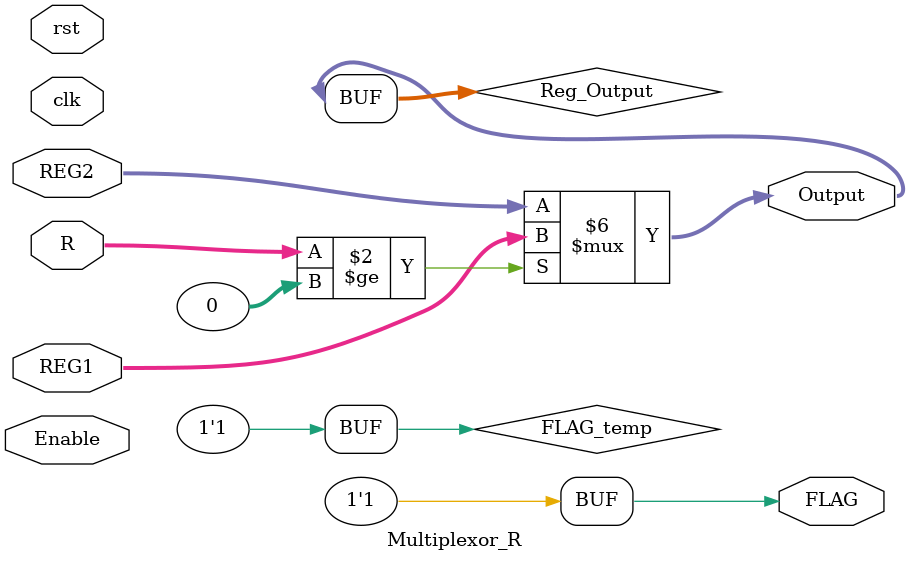
<source format=sv>

module Multiplexor_R
(
	// Input 
	input clk,
	input rst,
	input [15:0] REG1,
	input [15:0] REG2,
	input signed [15:0] R,
	input Enable,
	// Output 
	output [15:0] Output,
	output FLAG
);

reg [15:0] Reg_Output;
reg FLAG_temp;
//
always_comb//ff@(posedge clk or negedge rst)	
	begin
//		
//		if(!rst)
//			begin
//				Reg_Output = {15{1'b0}};
//				FLAG_temp = 0;
//			end
//		else
//			begin
//				if(Enable ==1)
//					begin
						if (R >= 0)
							begin
								Reg_Output = REG1;
								FLAG_temp = 1;
								
							end
						else 
							begin
								Reg_Output = REG2;
								FLAG_temp = 1;
						
							end
//					end
//				else
//					begin
//						Reg_Output = Reg_Output;
//						FLAG_temp = 0;
//					end
//			end
end
	
assign Output = Reg_Output;
assign FLAG = FLAG_temp;
//(R >= 0) ? in0 : 1’bz
//assign      Output = ((R >= 0) & in0) | (sel & in1);
endmodule

</source>
